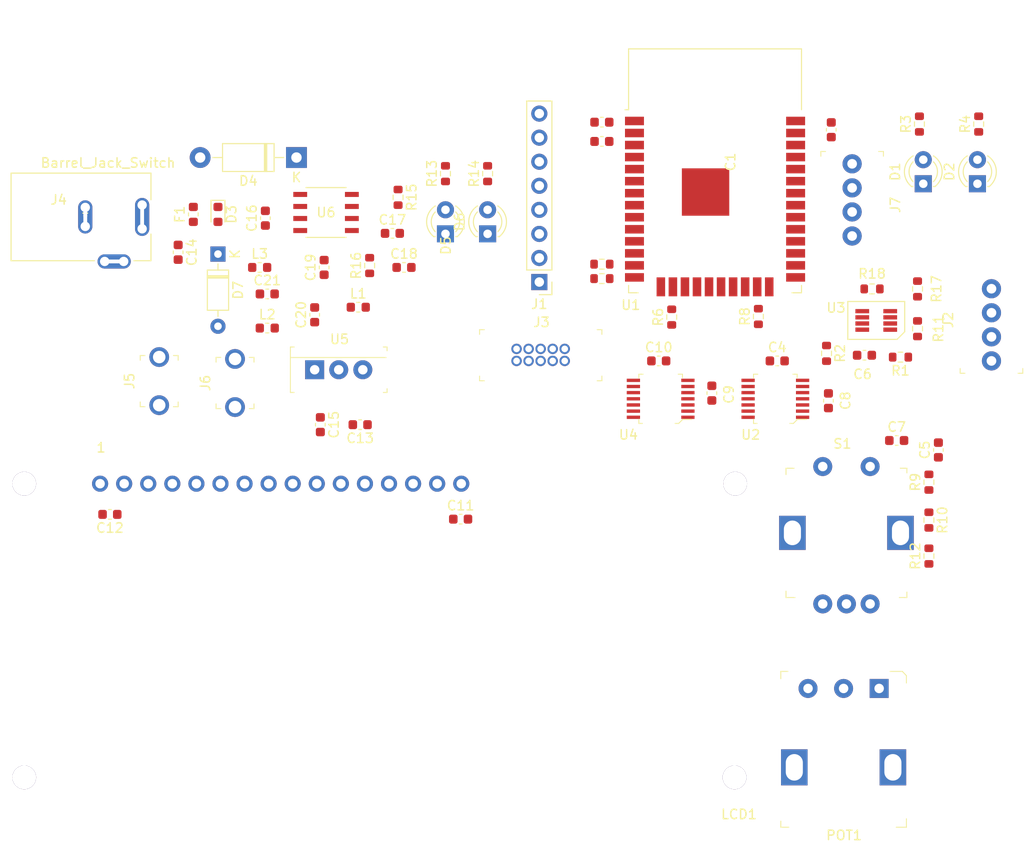
<source format=kicad_pcb>
(kicad_pcb (version 20211014) (generator pcbnew)
  (layers (0 "F.Cu" signal) (31 "B.Cu" signal) (34 "B.Paste" user) (35 "F.Paste" user) (36 "B.SilkS" user "B.Silkscreen") (37 "F.SilkS" user "F.Silkscreen") (38 "B.Mask" user) (39 "F.Mask" user) (44 "Edge.Cuts" user))
  (net 0 "")
  (net 1 "GND")
  (net 2 "+3V3")
  (net 3 "/ENCODER_A")
  (net 4 "/ENCODER_B")
  (net 5 "+5V")
  (net 6 "GND1")
  (net 7 "+12V")
  (net 8 "Net-(C16-Pad1)")
  (net 9 "Net-(C16-Pad2)")
  (net 10 "Net-(C17-Pad1)")
  (net 11 "+5VD")
  (net 12 "Net-(D1-Pad2)")
  (net 13 "Net-(D2-Pad2)")
  (net 14 "Net-(D5-Pad2)")
  (net 15 "Net-(D6-Pad2)")
  (net 16 "/CTRL1")
  (net 17 "/CTRL2")
  (net 18 "/CTRL3")
  (net 19 "/CTRL4")
  (net 20 "/CTRL5")
  (net 21 "/CTRL6")
  (net 22 "/CTRL7")
  (net 23 "/CTRL8")
  (net 24 "/SENSE+")
  (net 25 "/SENSE-")
  (net 26 "/TMS")
  (net 27 "/TCK")
  (net 28 "/TDO")
  (net 30 "/TDI")
  (net 32 "/TEST_OUTPUT_3")
  (net 33 "/TEST_OUTPUT_2")
  (net 34 "/TEST_OUTPUT_1")
  (net 35 "/TEST_OUTPUT_0")
  (net 36 "/V0_DISPLAY_CONTRAST")
  (net 37 "/LCD_RS")
  (net 38 "/LCD_RW")
  (net 39 "/LCD_EN")
  (net 44 "/LCD_DB4")
  (net 45 "/LCD_DB5")
  (net 46 "/LCD_DB6")
  (net 47 "/LCD_DB7")
  (net 50 "Net-(R1-Pad1)")
  (net 51 "Net-(R18-Pad2)")
  (net 52 "/TEST_LED_0")
  (net 53 "/TEST_LED_1")
  (net 54 "Net-(R5-Pad2)")
  (net 55 "Net-(R6-Pad2)")
  (net 56 "Net-(R7-Pad2)")
  (net 57 "Net-(R8-Pad2)")
  (net 58 "Net-(R10-Pad1)")
  (net 59 "Net-(R11-Pad1)")
  (net 60 "Net-(R15-Pad2)")
  (net 61 "/LOAD_CELL_ADC1_CH0")
  (net 62 "Net-(R17-Pad2)")
  (net 63 "/PUSHBUTTON_INPUT")
  (net 64 "/TEST_ADC")
  (net 65 "/MCU_EN")
  (net 66 "/MCU_DB7")
  (net 67 "/MCU_DB5")
  (net 68 "/MCU_DB6")
  (net 69 "/MCU_RS")
  (net 70 "/MCU_RW")
  (net 71 "/MCU_DB4")
  (footprint "Capacitor_SMD:C_0603_1608Metric" (layer "F.Cu") (at 141.7 60.8 90)
    (fp_text reference "C1" (at -3.4 -10.63 90) (layer "F.SilkS"))
    (fp_text value "10uF")
    (pad "1" smd roundrect locked (at -0.775 0 90) (size 0.9 0.95) (layers "F.Cu" "F.Paste" "F.Mask") (net 2 "+3V3"))
    (pad "2" smd roundrect locked (at 0.775 0 90) (size 0.9 0.95) (layers "F.Cu" "F.Paste" "F.Mask") (net 1 "GND"))
  )
  (footprint "Capacitor_SMD:C_0603_1608Metric" (layer "F.Cu") (at 117.5 62.032)
    (fp_text reference "C3" hide)
    (fp_text value ".01uF" hide)
    (pad "1" smd roundrect locked (at -0.775 0) (size 0.9 0.95) (layers "F.Cu" "F.Paste" "F.Mask") (net 2 "+3V3"))
    (pad "2" smd roundrect locked (at 0.775 0) (size 0.9 0.95) (layers "F.Cu" "F.Paste" "F.Mask") (net 1 "GND"))
  )
  (footprint "Capacitor_SMD:C_0603_1608Metric" (layer "F.Cu") (at 136 85.2)
    (fp_text reference "C4" (at 0 -1.43) (layer "F.SilkS"))
    (fp_text value ".1uF" hide)
    (pad "1" smd roundrect locked (at -0.775 0) (size 0.9 0.95) (layers "F.Cu" "F.Paste" "F.Mask") (net 2 "+3V3"))
    (pad "2" smd roundrect locked (at 0.775 0) (size 0.9 0.95) (layers "F.Cu" "F.Paste" "F.Mask") (net 1 "GND"))
  )
  (footprint "Capacitor_SMD:C_0603_1608Metric" (layer "F.Cu") (at 153 94.6 90)
    (fp_text reference "C5" (at 0 -1.43 90) (layer "F.SilkS"))
    (fp_text value ".01uF" hide)
    (pad "1" smd roundrect locked (at -0.775 0 90) (size 0.9 0.95) (layers "F.Cu" "F.Paste" "F.Mask") (net 3 "/ENCODER_A"))
    (pad "2" smd roundrect locked (at 0.775 0 90) (size 0.9 0.95) (layers "F.Cu" "F.Paste" "F.Mask") (net 1 "GND"))
  )
  (footprint "Capacitor_SMD:C_0603_1608Metric" (layer "F.Cu") (at 145.2 84.6)
    (fp_text reference "C6" (at -0.2 2) (layer "F.SilkS"))
    (fp_text value ".1uF" hide)
    (pad "1" smd roundrect locked (at -0.775 0) (size 0.9 0.95) (layers "F.Cu" "F.Paste" "F.Mask") (net 2 "+3V3"))
    (pad "2" smd roundrect locked (at 0.775 0) (size 0.9 0.95) (layers "F.Cu" "F.Paste" "F.Mask") (net 1 "GND"))
  )
  (footprint "Capacitor_SMD:C_0603_1608Metric" (layer "F.Cu") (at 148.6 93.6)
    (fp_text reference "C7" (at 0 -1.43) (layer "F.SilkS"))
    (fp_text value ".01uF" hide)
    (pad "1" smd roundrect locked (at -0.775 0) (size 0.9 0.95) (layers "F.Cu" "F.Paste" "F.Mask") (net 4 "/ENCODER_B"))
    (pad "2" smd roundrect locked (at 0.775 0) (size 0.9 0.95) (layers "F.Cu" "F.Paste" "F.Mask") (net 1 "GND"))
  )
  (footprint "Capacitor_SMD:C_0603_1608Metric" (layer "F.Cu") (at 141.4 89.4 90)
    (fp_text reference "C8" (at 0 1.8 90) (layer "F.SilkS"))
    (fp_text value ".1uF" hide)
    (pad "1" smd roundrect locked (at -0.775 0 90) (size 0.9 0.95) (layers "F.Cu" "F.Paste" "F.Mask") (net 5 "+5V"))
    (pad "2" smd roundrect locked (at 0.775 0 90) (size 0.9 0.95) (layers "F.Cu" "F.Paste" "F.Mask") (net 1 "GND"))
  )
  (footprint "Capacitor_SMD:C_0603_1608Metric" (layer "F.Cu") (at 129.1 88.6 90)
    (fp_text reference "C9" (at -0.14058 1.8 90) (layer "F.SilkS"))
    (fp_text value ".1uF" hide)
    (pad "1" smd roundrect locked (at -0.775 0 90) (size 0.9 0.95) (layers "F.Cu" "F.Paste" "F.Mask") (net 2 "+3V3"))
    (pad "2" smd roundrect locked (at 0.775 0 90) (size 0.9 0.95) (layers "F.Cu" "F.Paste" "F.Mask") (net 1 "GND"))
  )
  (footprint "Capacitor_SMD:C_0603_1608Metric" (layer "F.Cu") (at 123.5 85.2)
    (fp_text reference "C10" (at 0 -1.43) (layer "F.SilkS"))
    (fp_text value ".1uF" hide)
    (pad "1" smd roundrect locked (at -0.775 0) (size 0.9 0.95) (layers "F.Cu" "F.Paste" "F.Mask") (net 5 "+5V"))
    (pad "2" smd roundrect locked (at 0.775 0) (size 0.9 0.95) (layers "F.Cu" "F.Paste" "F.Mask") (net 1 "GND"))
  )
  (footprint "Capacitor_SMD:C_0603_1608Metric" (layer "F.Cu") (at 102.6 101.9)
    (fp_text reference "C11" (at 0 -1.43) (layer "F.SilkS"))
    (fp_text value ".1uF")
    (pad "1" smd roundrect locked (at -0.775 0) (size 0.9 0.95) (layers "F.Cu" "F.Paste" "F.Mask") (net 5 "+5V"))
    (pad "2" smd roundrect locked (at 0.775 0) (size 0.9 0.95) (layers "F.Cu" "F.Paste" "F.Mask") (net 1 "GND"))
  )
  (footprint "Capacitor_SMD:C_0603_1608Metric" (layer "F.Cu") (at 65.6 101.4 180)
    (fp_text reference "C12" (at 0 -1.43) (layer "F.SilkS"))
    (fp_text value ".1uF")
    (pad "1" smd roundrect locked (at -0.775 0 180) (size 0.9 0.95) (layers "F.Cu" "F.Paste" "F.Mask") (net 5 "+5V"))
    (pad "2" smd roundrect locked (at 0.775 0 180) (size 0.9 0.95) (layers "F.Cu" "F.Paste" "F.Mask") (net 1 "GND"))
  )
  (footprint "Capacitor_SMD:C_0603_1608Metric" (layer "F.Cu") (at 72.8 73.732 -90)
    (fp_text reference "C14" (at 0 -1.43 90) (layer "F.SilkS"))
    (fp_text value "47uF")
    (pad "1" smd roundrect locked (at -0.775 0 270) (size 0.9 0.95) (layers "F.Cu" "F.Paste" "F.Mask") (net 7 "+12V"))
    (pad "2" smd roundrect locked (at 0.775 0 270) (size 0.9 0.95) (layers "F.Cu" "F.Paste" "F.Mask") (net 6 "GND1"))
  )
  (footprint "Capacitor_SMD:C_0603_1608Metric" (layer "F.Cu") (at 87.8 91.932 -90)
    (fp_text reference "C15" (at 0 -1.43 90) (layer "F.SilkS"))
    (fp_text value "1uF")
    (pad "1" smd roundrect locked (at -0.775 0 270) (size 0.9 0.95) (layers "F.Cu" "F.Paste" "F.Mask") (net 2 "+3V3"))
    (pad "2" smd roundrect locked (at 0.775 0 270) (size 0.9 0.95) (layers "F.Cu" "F.Paste" "F.Mask") (net 1 "GND"))
  )
  (footprint "Capacitor_SMD:C_0603_1608Metric" (layer "F.Cu") (at 82 70.132 90)
    (fp_text reference "C16" (at 0 -1.43 90) (layer "F.SilkS"))
    (fp_text value "C")
    (pad "1" smd roundrect locked (at -0.775 0 90) (size 0.9 0.95) (layers "F.Cu" "F.Paste" "F.Mask") (net 8 "Net-(C16-Pad1)"))
    (pad "2" smd roundrect locked (at 0.775 0 90) (size 0.9 0.95) (layers "F.Cu" "F.Paste" "F.Mask") (net 9 "Net-(C16-Pad2)"))
  )
  (footprint "Capacitor_SMD:C_0603_1608Metric" (layer "F.Cu") (at 95.4 71.732)
    (fp_text reference "C17" (at 0 -1.43) (layer "F.SilkS"))
    (fp_text value ".1uF")
    (pad "1" smd roundrect locked (at -0.775 0) (size 0.9 0.95) (layers "F.Cu" "F.Paste" "F.Mask") (net 10 "Net-(C17-Pad1)"))
    (pad "2" smd roundrect locked (at 0.775 0) (size 0.9 0.95) (layers "F.Cu" "F.Paste" "F.Mask") (net 6 "GND1"))
  )
  (footprint "Capacitor_SMD:C_0603_1608Metric" (layer "F.Cu") (at 96.625 75.332)
    (fp_text reference "C18" (at 0 -1.43) (layer "F.SilkS"))
    (fp_text value "100uF")
    (pad "1" smd roundrect locked (at -0.775 0) (size 0.9 0.95) (layers "F.Cu" "F.Paste" "F.Mask") (net 11 "+5VD"))
    (pad "2" smd roundrect locked (at 0.775 0) (size 0.9 0.95) (layers "F.Cu" "F.Paste" "F.Mask") (net 6 "GND1"))
  )
  (footprint "Capacitor_SMD:C_0603_1608Metric" (layer "F.Cu") (at 88.2 75.332 90)
    (fp_text reference "C19" (at 0 -1.43 90) (layer "F.SilkS"))
    (fp_text value "100uF")
    (pad "1" smd roundrect locked (at -0.775 0 90) (size 0.9 0.95) (layers "F.Cu" "F.Paste" "F.Mask") (net 11 "+5VD"))
    (pad "2" smd roundrect locked (at 0.775 0 90) (size 0.9 0.95) (layers "F.Cu" "F.Paste" "F.Mask") (net 6 "GND1"))
  )
  (footprint "Capacitor_SMD:C_0603_1608Metric" (layer "F.Cu") (at 87.2 80.332 90)
    (fp_text reference "C20" (at 0 -1.43 90) (layer "F.SilkS"))
    (fp_text value "10uF")
    (pad "1" smd roundrect locked (at -0.775 0 90) (size 0.9 0.95) (layers "F.Cu" "F.Paste" "F.Mask") (net 5 "+5V"))
    (pad "2" smd roundrect locked (at 0.775 0 90) (size 0.9 0.95) (layers "F.Cu" "F.Paste" "F.Mask") (net 1 "GND"))
  )
  (footprint "Capacitor_SMD:C_0603_1608Metric" (layer "F.Cu") (at 82.2 78.132)
    (fp_text reference "C21" (at 0 -1.43) (layer "F.SilkS"))
    (fp_text value "1uF")
    (pad "1" smd roundrect locked (at -0.775 0) (size 0.9 0.95) (layers "F.Cu" "F.Paste" "F.Mask") (net 5 "+5V"))
    (pad "2" smd roundrect locked (at 0.775 0) (size 0.9 0.95) (layers "F.Cu" "F.Paste" "F.Mask") (net 1 "GND"))
  )
  (footprint "LED_THT:LED_D3.0mm" (layer "F.Cu") (at 151.405 66.5 90)
    (fp_text reference "D1" (at 1.27 -2.96 90) (layer "F.SilkS"))
    (fp_text value "LED")
    (pad "1" thru_hole rect locked (at 0 0 90) (size 1.8 1.8) (drill 0.9) (layers *.Cu *.Mask) (net 1 "GND"))
    (pad "2" thru_hole circle locked (at 2.54 0 90) (size 1.8 1.8) (drill 0.9) (layers *.Cu *.Mask) (net 12 "Net-(D1-Pad2)"))
  )
  (footprint "LED_THT:LED_D3.0mm" (layer "F.Cu") (at 157.12 66.5 90)
    (fp_text reference "D2" (at 1.27 -2.96 90) (layer "F.SilkS"))
    (fp_text value "LED")
    (pad "1" thru_hole rect locked (at 0 0 90) (size 1.8 1.8) (drill 0.9) (layers *.Cu *.Mask) (net 1 "GND"))
    (pad "2" thru_hole circle locked (at 2.54 0 90) (size 1.8 1.8) (drill 0.9) (layers *.Cu *.Mask) (net 13 "Net-(D2-Pad2)"))
  )
  (footprint "Diode_SMD:D_0603_1608Metric" (layer "F.Cu") (at 77 69.732 -90)
    (fp_text reference "D3" (at 0 -1.43 90) (layer "F.SilkS"))
    (fp_text value "D")
    (pad "1" smd roundrect locked (at -0.7875 0 270) (size 0.875 0.95) (layers "F.Cu" "F.Paste" "F.Mask") (net 7 "+12V"))
    (pad "2" smd roundrect locked (at 0.7875 0 270) (size 0.875 0.95) (layers "F.Cu" "F.Paste" "F.Mask") (net 6 "GND1"))
  )
  (footprint "Diode_THT:D_DO-41_SOD81_P10.16mm_Horizontal" (layer "F.Cu") (at 85.28 63.732 180)
    (fp_text reference "D4" (at 5.08 -2.47) (layer "F.SilkS"))
    (fp_text value "1N5818")
    (fp_text user "K" (at 0 -2.1) (layer "F.SilkS"))
    (pad "1" thru_hole rect locked (at 0 0 180) (size 2.2 2.2) (drill 1.1) (layers *.Cu *.Mask) (net 9 "Net-(C16-Pad2)"))
    (pad "2" thru_hole oval locked (at 10.16 0 180) (size 2.2 2.2) (drill 1.1) (layers *.Cu *.Mask) (net 6 "GND1"))
  )
  (footprint "LED_THT:LED_D3.0mm" (layer "F.Cu") (at 101 71.787 90)
    (fp_text reference "D5" (at -1.23 0.04 90) (layer "F.SilkS"))
    (fp_text value "LED B" hide)
    (pad "1" thru_hole rect locked (at 0 0 90) (size 1.8 1.8) (drill 0.9) (layers *.Cu *.Mask) (net 1 "GND"))
    (pad "2" thru_hole circle locked (at 2.54 0 90) (size 1.8 1.8) (drill 0.9) (layers *.Cu *.Mask) (net 14 "Net-(D5-Pad2)"))
  )
  (footprint "LED_THT:LED_D3.0mm" (layer "F.Cu") (at 105.445 71.787 90)
    (fp_text reference "D6" (at 1.27 -2.96 90) (layer "F.SilkS"))
    (fp_text value "LED G" hide)
    (pad "1" thru_hole rect locked (at 0 0 90) (size 1.8 1.8) (drill 0.9) (layers *.Cu *.Mask) (net 1 "GND"))
    (pad "2" thru_hole circle locked (at 2.54 0 90) (size 1.8 1.8) (drill 0.9) (layers *.Cu *.Mask) (net 15 "Net-(D6-Pad2)"))
  )
  (footprint "Diode_THT:D_DO-35_SOD27_P7.62mm_Horizontal" (layer "F.Cu") (at 77 73.922 -90)
    (fp_text reference "D7" (at 3.81 -2.12 90) (layer "F.SilkS"))
    (fp_text value "1N914")
    (fp_text user "K" (at 0 -1.8 90) (layer "F.SilkS"))
    (pad "1" thru_hole rect locked (at 0 0 270) (size 1.6 1.6) (drill 0.8) (layers *.Cu *.Mask) (net 8 "Net-(C16-Pad1)"))
    (pad "2" thru_hole oval locked (at 7.62 0 270) (size 1.6 1.6) (drill 0.8) (layers *.Cu *.Mask) (net 11 "+5VD"))
  )
  (footprint "Fuse:Fuse_0603_1608Metric" (layer "F.Cu") (at 74.4 69.732 90)
    (fp_text reference "F1" (at 0 -1.43 90) (layer "F.SilkS"))
    (fp_text value "2A")
    (pad "1" smd roundrect locked (at -0.7875 0 90) (size 0.875 0.95) (layers "F.Cu" "F.Paste" "F.Mask") (net 7 "+12V"))
    (pad "2" smd roundrect locked (at 0.7875 0 90) (size 0.875 0.95) (layers "F.Cu" "F.Paste" "F.Mask") (net 7 "+12V"))
  )
  (footprint "Connector_PinHeader_2.54mm:PinHeader_1x08_P2.54mm_Vertical" (layer "F.Cu") (at 110.9 76.875 180)
    (fp_text reference "J1" (at 0 -2.33) (layer "F.SilkS"))
    (fp_text value "Conn_01x08_Male")
    (pad "1" thru_hole rect locked (at 0 0 180) (size 1.7 1.7) (drill 1) (layers *.Cu *.Mask) (net 16 "/CTRL1"))
    (pad "2" thru_hole oval locked (at 0 2.54 180) (size 1.7 1.7) (drill 1) (layers *.Cu *.Mask) (net 17 "/CTRL2"))
    (pad "3" thru_hole oval locked (at 0 5.08 180) (size 1.7 1.7) (drill 1) (layers *.Cu *.Mask) (net 18 "/CTRL3"))
    (pad "4" thru_hole oval locked (at 0 7.62 180) (size 1.7 1.7) (drill 1) (layers *.Cu *.Mask) (net 19 "/CTRL4"))
    (pad "5" thru_hole oval locked (at 0 10.16 180) (size 1.7 1.7) (drill 1) (layers *.Cu *.Mask) (net 20 "/CTRL5"))
    (pad "6" thru_hole oval locked (at 0 12.7 180) (size 1.7 1.7) (drill 1) (layers *.Cu *.Mask) (net 21 "/CTRL6"))
    (pad "7" thru_hole oval locked (at 0 15.24 180) (size 1.7 1.7) (drill 1) (layers *.Cu *.Mask) (net 22 "/CTRL7"))
    (pad "8" thru_hole oval locked (at 0 17.78 180) (size 1.7 1.7) (drill 1) (layers *.Cu *.Mask) (net 23 "/CTRL8"))
  )
  (footprint "digikey-footprints:PinHeader_1x4_P2.54mm_Drill1.02mm" (layer "F.Cu") (at 158.6 85.2 90)
    (fp_text reference "J2" (at 4.33 -4.56 90) (layer "F.SilkS"))
    (fp_text value "0022232041" hide)
    (pad "1" thru_hole circle locked (at 0 0 90) (size 2.02 2.02) (drill 1.02) (layers *.Cu *.Mask) (net 2 "+3V3"))
    (pad "2" thru_hole circle locked (at 2.54 0 90) (size 2.02 2.02) (drill 1.02) (layers *.Cu *.Mask) (net 1 "GND"))
    (pad "3" thru_hole circle locked (at 5.08 0 90) (size 2.02 2.02) (drill 1.02) (layers *.Cu *.Mask) (net 24 "/SENSE+"))
    (pad "4" thru_hole circle locked (at 7.62 0 90) (size 2.02 2.02) (drill 1.02) (layers *.Cu *.Mask) (net 25 "/SENSE-"))
  )
  (footprint "digikey-footprints:PinHeader_2x5_P1.27mm_Drill.7mm" (layer "F.Cu") (at 108.5 85.2)
    (fp_text reference "J3" (at 2.64 -4.08) (layer "F.SilkS"))
    (fp_text value "3220-10-0100-00")
    (pad "1" thru_hole circle locked (at 0 0) (size 1.1 1.1) (drill 0.7) (layers *.Cu *.Mask) (net 2 "+3V3"))
    (pad "2" thru_hole circle locked (at 0 -1.27) (size 1.1 1.1) (drill 0.7) (layers *.Cu *.Mask) (net 26 "/TMS"))
    (pad "3" thru_hole circle locked (at 1.27 0) (size 1.1 1.1) (drill 0.7) (layers *.Cu *.Mask) (net 1 "GND"))
    (pad "4" thru_hole circle locked (at 1.27 -1.27) (size 1.1 1.1) (drill 0.7) (layers *.Cu *.Mask) (net 27 "/TCK"))
    (pad "5" thru_hole circle locked (at 2.54 0) (size 1.1 1.1) (drill 0.7) (layers *.Cu *.Mask) (net 1 "GND"))
    (pad "6" thru_hole circle locked (at 2.54 -1.27) (size 1.1 1.1) (drill 0.7) (layers *.Cu *.Mask) (net 28 "/TDO"))
    (pad "7" thru_hole circle locked (at 3.81 0) (size 1.1 1.1) (drill 0.7) (layers *.Cu *.Mask))
    (pad "8" thru_hole circle locked (at 3.81 -1.27) (size 1.1 1.1) (drill 0.7) (layers *.Cu *.Mask) (net 30 "/TDI"))
    (pad "9" thru_hole circle locked (at 5.08 0) (size 1.1 1.1) (drill 0.7) (layers *.Cu *.Mask) (net 1 "GND"))
    (pad "10" thru_hole circle locked (at 5.08 -1.27) (size 1.1 1.1) (drill 0.7) (layers *.Cu *.Mask))
  )
  (footprint "digikey-footprints:Test_Jack_Horiz" (layer "F.Cu") (at 70.8 87.332 90)
    (fp_text reference "J5" (at 0 -3.13 90) (layer "F.SilkS"))
    (fp_text value "105-1102-001")
    (pad "1" thru_hole circle locked (at -2.54 0 90) (size 2.0828 2.0828) (drill 1.3208) (layers *.Cu *.Mask) (net 7 "+12V"))
    (pad "1" thru_hole circle locked (at 2.54 0 90) (size 2.0828 2.0828) (drill 1.3208) (layers *.Cu *.Mask) (net 7 "+12V"))
  )
  (footprint "digikey-footprints:Test_Jack_Horiz" (layer "F.Cu") (at 78.8 87.532 90)
    (fp_text reference "J6" (at 0 -3.13 90) (layer "F.SilkS"))
    (fp_text value "105-1103-001" hide)
    (pad "1" thru_hole circle locked (at -2.54 0 90) (size 2.0828 2.0828) (drill 1.3208) (layers *.Cu *.Mask) (net 6 "GND1"))
    (pad "1" thru_hole circle locked (at 2.54 0 90) (size 2.0828 2.0828) (drill 1.3208) (layers *.Cu *.Mask) (net 6 "GND1"))
  )
  (footprint "Inductor_SMD:L_0603_1608Metric" (layer "F.Cu") (at 91.8 79.532)
    (fp_text reference "L1" (at 0 -1.43) (layer "F.SilkS"))
    (fp_text value "30uH")
    (pad "1" smd roundrect locked (at -0.7875 0) (size 0.875 0.95) (layers "F.Cu" "F.Paste" "F.Mask") (net 9 "Net-(C16-Pad2)"))
    (pad "2" smd roundrect locked (at 0.7875 0) (size 0.875 0.95) (layers "F.Cu" "F.Paste" "F.Mask") (net 11 "+5VD"))
  )
  (footprint "Inductor_SMD:L_0603_1608Metric" (layer "F.Cu") (at 82.2 81.732)
    (fp_text reference "L2" (at 0 -1.43) (layer "F.SilkS"))
    (fp_text value "INDUCTOR" hide)
    (pad "1" smd roundrect locked (at -0.7875 0) (size 0.875 0.95) (layers "F.Cu" "F.Paste" "F.Mask") (net 11 "+5VD"))
    (pad "2" smd roundrect locked (at 0.7875 0) (size 0.875 0.95) (layers "F.Cu" "F.Paste" "F.Mask") (net 5 "+5V"))
  )
  (footprint "Inductor_SMD:L_0603_1608Metric" (layer "F.Cu") (at 81.4 75.332)
    (fp_text reference "L3" (at 0 -1.43) (layer "F.SilkS"))
    (fp_text value "INDUCTOR" hide)
    (pad "1" smd roundrect locked (at -0.7875 0) (size 0.875 0.95) (layers "F.Cu" "F.Paste" "F.Mask") (net 6 "GND1"))
    (pad "2" smd roundrect locked (at 0.7875 0) (size 0.875 0.95) (layers "F.Cu" "F.Paste" "F.Mask") (net 1 "GND"))
  )
  (footprint "CocktailMachine:TC1062A" (layer "F.Cu") (at 95.565 114.16)
    (fp_text reference "LCD1" (at 36.4 18.9) (layer "F.SilkS"))
    (fp_text value "TC1602A")
    (fp_text user "1" (at -30.9 -19.8) (layer "F.SilkS"))
    (pad "1" thru_hole circle locked (at -39 -16) (size 2.5 2.5) (drill 2.5) (layers *.Cu *.Mask) (net 1 "GND"))
    (pad "1" thru_hole circle locked (at -31 -16) (size 1.7 1.7) (drill 1) (layers *.Cu *.Mask) (net 1 "GND"))
    (pad "2" thru_hole circle locked (at 36 -16) (size 2.5 2.5) (drill 2.5) (layers *.Cu *.Mask) (net 5 "+5V"))
    (pad "2" thru_hole circle locked (at -28.46 -16) (size 1.7 1.7) (drill 1) (layers *.Cu *.Mask) (net 5 "+5V"))
    (pad "3" thru_hole circle locked (at 35.93 15) (size 2.5 2.5) (drill 2.5) (layers *.Cu *.Mask) (net 36 "/V0_DISPLAY_CONTRAST"))
    (pad "3" thru_hole circle locked (at -25.92 -16) (size 1.7 1.7) (drill 1) (layers *.Cu *.Mask) (net 36 "/V0_DISPLAY_CONTRAST"))
    (pad "4" thru_hole circle locked (at -23.38 -16) (size 1.7 1.7) (drill 1) (layers *.Cu *.Mask) (net 37 "/LCD_RS"))
    (pad "4" thru_hole circle locked (at -39 15) (size 2.5 2.5) (drill 2.5) (layers *.Cu *.Mask) (net 37 "/LCD_RS"))
    (pad "5" thru_hole circle locked (at -20.84 -16) (size 1.7 1.7) (drill 1) (layers *.Cu *.Mask) (net 38 "/LCD_RW"))
    (pad "6" thru_hole circle locked (at -18.3 -16) (size 1.7 1.7) (drill 1) (layers *.Cu *.Mask) (net 39 "/LCD_EN"))
    (pad "7" thru_hole circle locked (at -15.76 -16) (size 1.7 1.7) (drill 1) (layers *.Cu *.Mask))
    (pad "8" thru_hole circle locked (at -13.22 -16) (size 1.7 1.7) (drill 1) (layers *.Cu *.Mask))
    (pad "9" thru_hole circle locked (at -10.68 -16) (size 1.7 1.7) (drill 1) (layers *.Cu *.Mask))
    (pad "10" thru_hole circle locked (at -8.14 -16) (size 1.7 1.7) (drill 1) (layers *.Cu *.Mask))
    (pad "11" thru_hole circle locked (at -5.6 -16) (size 1.7 1.7) (drill 1) (layers *.Cu *.Mask) (net 44 "/LCD_DB4"))
    (pad "12" thru_hole circle locked (at -3.06 -16) (size 1.7 1.7) (drill 1) (layers *.Cu *.Mask) (net 45 "/LCD_DB5"))
    (pad "13" thru_hole circle locked (at -0.52 -16) (size 1.7 1.7) (drill 1) (layers *.Cu *.Mask) (net 46 "/LCD_DB6"))
    (pad "14" thru_hole circle locked (at 2.02 -16) (size 1.7 1.7) (drill 1) (layers *.Cu *.Mask) (net 47 "/LCD_DB7"))
    (pad "15" thru_hole circle locked (at 4.56 -16) (size 1.7 1.7) (drill 1) (layers *.Cu *.Mask) (net 5 "+5V"))
    (pad "16" thru_hole circle locked (at 7.1 -16) (size 1.7 1.7) (drill 1) (layers *.Cu *.Mask) (net 1 "GND"))
  )
  (footprint "digikey-footprints:Potentiometer_P120PK-Y25BR10K" (layer "F.Cu") (at 146.75 119.775 180)
    (fp_text reference "POT1" (at 3.7 -15.5) (layer "F.SilkS"))
    (fp_text value "P120PK-Y25BR10K")
    (pad "1" thru_hole rect locked (at 0 0 180) (size 2 2) (drill 1) (layers *.Cu *.Mask) (net 5 "+5V"))
    (pad "2" thru_hole circle locked (at 3.75 0 180) (size 2 2) (drill 1) (layers *.Cu *.Mask))
    (pad "3" thru_hole circle locked (at 7.5 0 180) (size 2 2) (drill 1) (layers *.Cu *.Mask) (net 1 "GND"))
    (pad "4" thru_hole rect locked (at 8.95 -8.325 180) (size 2.8 3.8) (drill oval 1.8 2.8) (layers *.Cu *.Mask))
    (pad "4" thru_hole rect locked (at -1.45 -8.325 180) (size 2.8 3.8) (drill oval 1.8 2.8) (layers *.Cu *.Mask))
  )
  (footprint "Resistor_SMD:R_0603_1608Metric" (layer "F.Cu") (at 149 84.8 180)
    (fp_text reference "R1" (at 0 -1.43) (layer "F.SilkS"))
    (fp_text value "220k" hide)
    (pad "1" smd roundrect locked (at -0.825 0 180) (size 0.8 0.95) (layers "F.Cu" "F.Paste" "F.Mask") (net 50 "Net-(R1-Pad1)"))
    (pad "2" smd roundrect locked (at 0.825 0 180) (size 0.8 0.95) (layers "F.Cu" "F.Paste" "F.Mask") (net 1 "GND"))
  )
  (footprint "Resistor_SMD:R_0603_1608Metric" (layer "F.Cu") (at 141.2 84.4 -90)
    (fp_text reference "R2" (at 0 -1.43 90) (layer "F.SilkS"))
    (fp_text value "220" hide)
    (pad "1" smd roundrect locked (at -0.825 0 270) (size 0.8 0.95) (layers "F.Cu" "F.Paste" "F.Mask") (net 51 "Net-(R18-Pad2)"))
    (pad "2" smd roundrect locked (at 0.825 0 270) (size 0.8 0.95) (layers "F.Cu" "F.Paste" "F.Mask") (net 50 "Net-(R1-Pad1)"))
  )
  (footprint "Resistor_SMD:R_0603_1608Metric" (layer "F.Cu") (at 151 60.2 90)
    (fp_text reference "R3" (at 0 -1.43 90) (layer "F.SilkS"))
    (fp_text value "680")
    (pad "1" smd roundrect locked (at -0.825 0 90) (size 0.8 0.95) (layers "F.Cu" "F.Paste" "F.Mask") (net 52 "/TEST_LED_0"))
    (pad "2" smd roundrect locked (at 0.825 0 90) (size 0.8 0.95) (layers "F.Cu" "F.Paste" "F.Mask") (net 12 "Net-(D1-Pad2)"))
  )
  (footprint "Resistor_SMD:R_0603_1608Metric" (layer "F.Cu") (at 157.25 60.2 90)
    (fp_text reference "R4" (at 0 -1.43 90) (layer "F.SilkS"))
    (fp_text value "680")
    (pad "1" smd roundrect locked (at -0.825 0 90) (size 0.8 0.95) (layers "F.Cu" "F.Paste" "F.Mask") (net 53 "/TEST_LED_1"))
    (pad "2" smd roundrect locked (at 0.825 0 90) (size 0.8 0.95) (layers "F.Cu" "F.Paste" "F.Mask") (net 13 "Net-(D2-Pad2)"))
  )
  (footprint "Resistor_SMD:R_0603_1608Metric" (layer "F.Cu") (at 152 98 90)
    (fp_text reference "R9" (at 0 -1.43 90) (layer "F.SilkS"))
    (fp_text value "10k" hide)
    (pad "1" smd roundrect locked (at -0.825 0 90) (size 0.8 0.95) (layers "F.Cu" "F.Paste" "F.Mask") (net 58 "Net-(R10-Pad1)"))
    (pad "2" smd roundrect locked (at 0.825 0 90) (size 0.8 0.95) (layers "F.Cu" "F.Paste" "F.Mask") (net 3 "/ENCODER_A"))
  )
  (footprint "Resistor_SMD:R_0603_1608Metric" (layer "F.Cu") (at 152 102 -90)
    (fp_text reference "R10" (at 0 -1.43 90) (layer "F.SilkS"))
    (fp_text value "10k" hide)
    (pad "1" smd roundrect locked (at -0.825 0 270) (size 0.8 0.95) (layers "F.Cu" "F.Paste" "F.Mask") (net 58 "Net-(R10-Pad1)"))
    (pad "2" smd roundrect locked (at 0.825 0 270) (size 0.8 0.95) (layers "F.Cu" "F.Paste" "F.Mask") (net 2 "+3V3"))
  )
  (footprint "Resistor_SMD:R_0603_1608Metric" (layer "F.Cu") (at 150.8 81.8 90)
    (fp_text reference "R11" (at 0 2.2 90) (layer "F.SilkS"))
    (fp_text value "10k" hide)
    (pad "1" smd roundrect locked (at -0.825 0 90) (size 0.8 0.95) (layers "F.Cu" "F.Paste" "F.Mask") (net 59 "Net-(R11-Pad1)"))
    (pad "2" smd roundrect locked (at 0.825 0 90) (size 0.8 0.95) (layers "F.Cu" "F.Paste" "F.Mask") (net 4 "/ENCODER_B"))
  )
  (footprint "Resistor_SMD:R_0603_1608Metric" (layer "F.Cu") (at 101 65.432 90)
    (fp_text reference "R13" (at 0 -1.43 90) (layer "F.SilkS"))
    (fp_text value "1.2k")
    (pad "1" smd roundrect locked (at -0.825 0 90) (size 0.8 0.95) (layers "F.Cu" "F.Paste" "F.Mask") (net 7 "+12V"))
    (pad "2" smd roundrect locked (at 0.825 0 90) (size 0.8 0.95) (layers "F.Cu" "F.Paste" "F.Mask") (net 14 "Net-(D5-Pad2)"))
  )
  (footprint "Resistor_SMD:R_0603_1608Metric" (layer "F.Cu") (at 105.445 65.432 90)
    (fp_text reference "R14" (at 0 -1.43 90) (layer "F.SilkS"))
    (fp_text value "470")
    (pad "1" smd roundrect locked (at -0.825 0 90) (size 0.8 0.95) (layers "F.Cu" "F.Paste" "F.Mask") (net 5 "+5V"))
    (pad "2" smd roundrect locked (at 0.825 0 90) (size 0.8 0.95) (layers "F.Cu" "F.Paste" "F.Mask") (net 15 "Net-(D6-Pad2)"))
  )
  (footprint "Resistor_SMD:R_0603_1608Metric" (layer "F.Cu") (at 96 67.932 -90)
    (fp_text reference "R15" (at 0 -1.43 90) (layer "F.SilkS"))
    (fp_text value "1.5k")
    (pad "1" smd roundrect locked (at -0.825 0 270) (size 0.8 0.95) (layers "F.Cu" "F.Paste" "F.Mask") (net 6 "GND1"))
    (pad "2" smd roundrect locked (at 0.825 0 270) (size 0.8 0.95) (layers "F.Cu" "F.Paste" "F.Mask") (net 60 "Net-(R15-Pad2)"))
  )
  (footprint "Resistor_SMD:R_0603_1608Metric" (layer "F.Cu") (at 93 75.132 90)
    (fp_text reference "R16" (at 0 -1.43 90) (layer "F.SilkS"))
    (fp_text value "4.7k")
    (pad "1" smd roundrect locked (at -0.825 0 90) (size 0.8 0.95) (layers "F.Cu" "F.Paste" "F.Mask") (net 11 "+5VD"))
    (pad "2" smd roundrect locked (at 0.825 0 90) (size 0.8 0.95) (layers "F.Cu" "F.Paste" "F.Mask") (net 60 "Net-(R15-Pad2)"))
  )
  (footprint "Resistor_SMD:R_0603_1608Metric" (layer "F.Cu") (at 150.8 77.6 90)
    (fp_text reference "R17" (at 0 2 90) (layer "F.SilkS"))
    (fp_text value "220k" hide)
    (pad "1" smd roundrect locked (at -0.825 0 90) (size 0.8 0.95) (layers "F.Cu" "F.Paste" "F.Mask") (net 61 "/LOAD_CELL_ADC1_CH0"))
    (pad "2" smd roundrect locked (at 0.825 0 90) (size 0.8 0.95) (layers "F.Cu" "F.Paste" "F.Mask") (net 62 "Net-(R17-Pad2)"))
  )
  (footprint "Resistor_SMD:R_0603_1608Metric" (layer "F.Cu") (at 146 77.6 180)
    (fp_text reference "R18" (at 0 1.6) (layer "F.SilkS"))
    (fp_text value "220" hide)
    (pad "1" smd roundrect locked (at -0.825 0 180) (size 0.8 0.95) (layers "F.Cu" "F.Paste" "F.Mask") (net 62 "Net-(R17-Pad2)"))
    (pad "2" smd roundrect locked (at 0.825 0 180) (size 0.8 0.95) (layers "F.Cu" "F.Paste" "F.Mask") (net 51 "Net-(R18-Pad2)"))
  )
  (footprint "digikey-footprints:Rotary_Encoder_Switched_PEC11R" (layer "F.Cu") (at 137.6 103.35)
    (fp_text reference "S1" (at 5.275 -9.4) (layer "F.SilkS"))
    (fp_text value "PEC11R-4215F-S0024")
    (pad "1" thru_hole circle locked (at 3.2 -7) (size 2 2) (drill 1) (layers *.Cu *.Mask) (net 63 "/PUSHBUTTON_INPUT"))
    (pad "2" thru_hole circle locked (at 8.2 -7) (size 2 2) (drill 1) (layers *.Cu *.Mask) (net 1 "GND"))
    (pad "3" thru_hole rect locked (at 0 0) (size 2.8 3.6) (drill oval 1.8 2.6) (layers *.Cu *.Mask) (net 1 "GND"))
    (pad "3" thru_hole rect locked (at 11.4 0) (size 2.8 3.6) (drill oval 1.8 2.6) (layers *.Cu *.Mask) (net 1 "GND"))
    (pad "A" thru_hole circle locked (at 3.2 7.5) (size 2 2) (drill 1) (layers *.Cu *.Mask) (net 58 "Net-(R10-Pad1)"))
    (pad "B" thru_hole circle locked (at 8.2 7.5) (size 2 2) (drill 1) (layers *.Cu *.Mask) (net 59 "Net-(R11-Pad1)"))
    (pad "C" thru_hole circle locked (at 5.7 7.5) (size 2 2) (drill 1) (layers *.Cu *.Mask) (net 1 "GND"))
  )
  (footprint "digikey-footprints:TSSOP-14_W4.4mm" (layer "F.Cu") (at 135.8 89.2 90)
    (fp_text reference "U2" (at -3.8 -2.6 180) (layer "F.SilkS"))
    (fp_text value "TXB0104PWR" hide)
    (pad "1" smd rect locked (at -1.95 2.875 90) (size 0.35 1.4) (layers "F.Cu" "F.Paste" "F.Mask") (net 2 "+3V3"))
    (pad "2" smd rect locked (at -1.3 2.875 90) (size 0.35 1.4) (layers "F.Cu" "F.Paste" "F.Mask") (net 68 "/MCU_DB6"))
    (pad "3" smd rect locked (at -0.65 2.875 90) (size 0.35 1.4) (layers "F.Cu" "F.Paste" "F.Mask") (net 67 "/MCU_DB5"))
    (pad "4" smd rect locked (at 0 2.875 90) (size 0.35 1.4) (layers "F.Cu" "F.Paste" "F.Mask") (net 71 "/MCU_DB4"))
    (pad "5" smd rect locked (at 0.65 2.875 90) (size 0.35 1.4) (layers "F.Cu" "F.Paste" "F.Mask"))
    (pad "6" smd rect locked (at 1.3 2.875 90) (size 0.35 1.4) (layers "F.Cu" "F.Paste" "F.Mask"))
    (pad "7" smd rect locked (at 1.95 2.875 90) (size 0.35 1.4) (layers "F.Cu" "F.Paste" "F.Mask") (net 1 "GND"))
    (pad "8" smd rect locked (at 1.95 -2.875 90) (size 0.35 1.4) (layers "F.Cu" "F.Paste" "F.Mask") (net 2 "+3V3"))
    (pad "9" smd rect locked (at 1.3 -2.875 90) (size 0.35 1.4) (layers "F.Cu" "F.Paste" "F.Mask"))
    (pad "10" smd rect locked (at 0.65 -2.875 90) (size 0.35 1.4) (layers "F.Cu" "F.Paste" "F.Mask"))
    (pad "11" smd rect locked (at 0 -2.875 90) (size 0.35 1.4) (layers "F.Cu" "F.Paste" "F.Mask") (net 44 "/LCD_DB4"))
    (pad "12" smd rect locked (at -0.65 -2.875 90) (size 0.35 1.4) (layers "F.Cu" "F.Paste" "F.Mask") (net 45 "/LCD_DB5"))
    (pad "13" smd rect locked (at -1.3 -2.875 90) (size 0.35 1.4) (layers "F.Cu" "F.Paste" "F.Mask") (net 46 "/LCD_DB6"))
    (pad "14" smd rect locked (at -1.95 -2.875 90) (size 0.35 1.4) (layers "F.Cu" "F.Paste" "F.Mask") (net 5 "+5V"))
  )
  (footprint "CocktailMachine:MCP6477-MSOP" (layer "F.Cu") (at 146.444 80.926 90)
    (fp_text reference "U3" (at 1.326 -4.244) (layer "F.SilkS"))
    (fp_text value "MCP6477" hide)
    (pad "1" smd rect locked (at -0.975 1.475 90) (size 0.45 1.45) (layers "F.Cu" "F.Paste" "F.Mask") (net 61 "/LOAD_CELL_ADC1_CH0"))
    (pad "2" smd rect locked (at -0.325 1.475 90) (size 0.45 1.45) (layers "F.Cu" "F.Paste" "F.Mask") (net 62 "Net-(R17-Pad2)"))
    (pad "3" smd rect locked (at 0.325 1.475 90) (size 0.45 1.45) (layers "F.Cu" "F.Paste" "F.Mask") (net 24 "/SENSE+"))
    (pad "4" smd rect locked (at 0.975 1.475 90) (size 0.45 1.45) (layers "F.Cu" "F.Paste" "F.Mask") (net 1 "GND"))
    (pad "5" smd rect locked (at 0.975 -1.475 90) (size 0.45 1.45) (layers "F.Cu" "F.Paste" "F.Mask") (net 25 "/SENSE-"))
    (pad "6" smd rect locked (at 0.325 -1.475 90) (size 0.45 1.45) (layers "F.Cu" "F.Paste" "F.Mask") (net 50 "Net-(R1-Pad1)"))
    (pad "7" smd rect locked (at -0.325 -1.475 90) (size 0.45 1.45) (layers "F.Cu" "F.Paste" "F.Mask") (net 51 "Net-(R18-Pad2)"))
    (pad "8" smd rect locked (at -0.975 -1.475 90) (size 0.45 1.45) (layers "F.Cu" "F.Paste" "F.Mask") (net 2 "+3V3"))
  )
  (footprint "digikey-footprints:TO-220-3" (layer "F.Cu") (at 87.2 86.132)
    (fp_text reference "U5" (at 2.62 -3.22) (layer "F.SilkS"))
    (fp_text value "LD1117V33")
    (pad "1" thru_hole rect locked (at 0 0) (size 2 2) (drill 1) (layers *.Cu *.Mask) (net 1 "GND"))
    (pad "2" thru_hole circle locked (at 2.54 0) (size 2 2) (drill 1) (layers *.Cu *.Mask) (net 2 "+3V3"))
    (pad "3" thru_hole circle locked (at 5.08 0) (size 2 2) (drill 1) (layers *.Cu *.Mask) (net 5 "+5V"))
  )
  (footprint "buck_lt:LT1578CS8-PBF" (layer "F.Cu") (at 88.4 69.532)
    (fp_text reference "U6" (at 0 0) (layer "F.SilkS"))
    (fp_text value "LT1578CS8-PBF" hide)
    (pad "1" smd rect locked (at -2.72415 -1.905) (size 1.4605 0.5334) (layers "F.Cu" "F.Paste" "F.Mask") (net 9 "Net-(C16-Pad2)"))
    (pad "2" smd rect locked (at -2.72415 -0.635) (size 1.4605 0.5334) (layers "F.Cu" "F.Paste" "F.Mask") (net 7 "+12V"))
    (pad "3" smd rect locked (at -2.72415 0.635) (size 1.4605 0.5334) (layers "F.Cu" "F.Paste" "F.Mask") (net 8 "Net-(C16-Pad1)"))
    (pad "4" smd rect locked (at -2.72415 1.905) (size 1.4605 0.5334) (layers "F.Cu" "F.Paste" "F.Mask") (net 6 "GND1"))
    (pad "5" smd rect locked (at 2.72415 1.905) (size 1.4605 0.5334) (layers "F.Cu" "F.Paste" "F.Mask") (net 10 "Net-(C17-Pad1)"))
    (pad "6" smd rect locked (at 2.72415 0.635) (size 1.4605 0.5334) (layers "F.Cu" "F.Paste" "F.Mask") (net 60 "Net-(R15-Pad2)"))
    (pad "7" smd rect locked (at 2.72415 -0.635) (size 1.4605 0.5334) (layers "F.Cu" "F.Paste" "F.Mask"))
    (pad "8" smd rect locked (at 2.72415 -1.905) (size 1.4605 0.5334) (layers "F.Cu" "F.Paste" "F.Mask") (net 6 "GND1"))
  )
  (footprint "barrel_jack:MJ-180PH" (layer "F.Cu") (at 63 70)
    (fp_text reference "J4" (at -2.8 -1.8) (layer "F.SilkS"))
    (fp_text value "Barrel_Jack_Switch" (at 2.4 -5.7) (layer "F.SilkS"))
    (fp_text user "*" (at 0 0) (layer "F.SilkS"))
    (pad "" np_thru_hole circle locked (at 6.000001 -1.2573) (size 0.9906 0.9906) (drill 0.9906) (layers *.Cu *.Mask))
    (pad "" np_thru_hole circle locked (at 6.000001 1.2573) (size 0.9906 0.9906) (drill 0.9906) (layers *.Cu *.Mask))
    (pad "" np_thru_hole circle locked (at 0 -1.0033) (size 0.9906 0.9906) (drill 0.9906) (layers *.Cu *.Mask))
    (pad "" np_thru_hole circle locked (at 0 1.0033) (size 0.9906 0.9906) (drill 0.9906) (layers *.Cu *.Mask))
    (pad "" np_thru_hole circle locked (at 2.046701 4.700001) (size 0.9906 0.9906) (drill 0.9906) (layers *.Cu *.Mask))
    (pad "" np_thru_hole circle locked (at 4.053301 4.700001) (size 0.9906 0.9906) (drill 0.9906) (layers *.Cu *.Mask))
    (pad "1" thru_hole oval locked (at 6.000001 0 90) (size 4.0132 1.4986) (drill oval 2.7 0.4) (layers *.Cu *.Mask) (net 7 "+12V"))
    (pad "2" thru_hole oval locked (at 0 0 90) (size 3.5052 1.4986) (drill oval 2.7 0.4) (layers *.Cu *.Mask) (net 6 "GND1"))
    (pad "3" thru_hole oval locked (at 3.050001 4.700001) (size 3.5052 1.4986) (drill oval 2.7 0.4) (layers *.Cu *.Mask) (net 6 "GND1"))
  )
  (footprint "Resistor_SMD:R_0603_1608Metric" (layer "F.Cu") (at 152 105.8 90)
    (fp_text reference "R12" (at 0 -1.43 90) (layer "F.SilkS"))
    (fp_text value "10k" hide)
    (pad "1" smd roundrect locked (at -0.825 0 90) (size 0.8 0.95) (layers "F.Cu" "F.Paste" "F.Mask") (net 59 "Net-(R11-Pad1)"))
    (pad "2" smd roundrect locked (at 0.825 0 90) (size 0.8 0.95) (layers "F.Cu" "F.Paste" "F.Mask") (net 2 "+3V3"))
  )
  (footprint "digikey-footprints:TSSOP-14_W4.4mm" (layer "F.Cu") (at 123.7 89.2 90)
    (fp_text reference "U4" (at -3.8 -3.4 180) (layer "F.SilkS"))
    (fp_text value "TXB0104PWR" hide)
    (pad "1" smd rect locked (at -1.95 2.875 90) (size 0.35 1.4) (layers "F.Cu" "F.Paste" "F.Mask") (net 2 "+3V3"))
    (pad "2" smd rect locked (at -1.3 2.875 90) (size 0.35 1.4) (layers "F.Cu" "F.Paste" "F.Mask") (net 69 "/MCU_RS"))
    (pad "3" smd rect locked (at -0.65 2.875 90) (size 0.35 1.4) (layers "F.Cu" "F.Paste" "F.Mask") (net 70 "/MCU_RW"))
    (pad "4" smd rect locked (at 0 2.875 90) (size 0.35 1.4) (layers "F.Cu" "F.Paste" "F.Mask") (net 65 "/MCU_EN"))
    (pad "5" smd rect locked (at 0.65 2.875 90) (size 0.35 1.4) (layers "F.Cu" "F.Paste" "F.Mask") (net 66 "/MCU_DB7"))
    (pad "6" smd rect locked (at 1.3 2.875 90) (size 0.35 1.4) (layers "F.Cu" "F.Paste" "F.Mask"))
    (pad "7" smd rect locked (at 1.95 2.875 90) (size 0.35 1.4) (layers "F.Cu" "F.Paste" "F.Mask") (net 1 "GND"))
    (pad "8" smd rect locked (at 1.95 -2.875 90) (size 0.35 1.4) (layers "F.Cu" "F.Paste" "F.Mask") (net 2 "+3V3"))
    (pad "9" smd rect locked (at 1.3 -2.875 90) (size 0.35 1.4) (layers "F.Cu" "F.Paste" "F.Mask"))
    (pad "10" smd rect locked (at 0.65 -2.875 90) (size 0.35 1.4) (layers "F.Cu" "F.Paste" "F.Mask") (net 47 "/LCD_DB7"))
    (pad "11" smd rect locked (at 0 -2.875 90) (size 0.35 1.4) (layers "F.Cu" "F.Paste" "F.Mask") (net 39 "/LCD_EN"))
    (pad "12" smd rect locked (at -0.65 -2.875 90) (size 0.35 1.4) (layers "F.Cu" "F.Paste" "F.Mask") (net 38 "/LCD_RW"))
    (pad "13" smd rect locked (at -1.3 -2.875 90) (size 0.35 1.4) (layers "F.Cu" "F.Paste" "F.Mask") (net 37 "/LCD_RS"))
    (pad "14" smd rect locked (at -1.95 -2.875 90) (size 0.35 1.4) (layers "F.Cu" "F.Paste" "F.Mask") (net 5 "+5V"))
  )
  (footprint "Capacitor_SMD:C_0603_1608Metric" (layer "F.Cu") (at 92 91.932 180)
    (fp_text reference "C13" (at 0 -1.43) (layer "F.SilkS"))
    (fp_text value "4.7uF")
    (pad "1" smd roundrect locked (at -0.775 0 180) (size 0.9 0.95) (layers "F.Cu" "F.Paste" "F.Mask") (net 5 "+5V"))
    (pad "2" smd roundrect locked (at 0.775 0 180) (size 0.9 0.95) (layers "F.Cu" "F.Paste" "F.Mask") (net 1 "GND"))
  )
  (footprint "digikey-footprints:PinHeader_1x4_P2.54mm_Drill1.02mm" (layer "F.Cu") (at 143.9 64.395 -90)
    (fp_text reference "J7" (at 4.33 -4.56 90) (layer "F.SilkS"))
    (fp_text value "0022232041" hide)
    (pad "1" thru_hole circle locked (at 0 0 270) (size 2.02 2.02) (drill 1.02) (layers *.Cu *.Mask) (net 35 "/TEST_OUTPUT_0"))
    (pad "2" thru_hole circle locked (at 2.54 0 270) (size 2.02 2.02) (drill 1.02) (layers *.Cu *.Mask) (net 34 "/TEST_OUTPUT_1"))
    (pad "3" thru_hole circle locked (at 5.08 0 270) (size 2.02 2.02) (drill 1.02) (layers *.Cu *.Mask) (net 33 "/TEST_OUTPUT_2"))
    (pad "4" thru_hole circle locked (at 7.62 0 270) (size 2.02 2.02) (drill 1.02) (layers *.Cu *.Mask) (net 32 "/TEST_OUTPUT_3"))
  )
  (footprint "Resistor_SMD:R_0603_1608Metric" (layer "F.Cu") (at 124.866 80.574 90)
    (fp_text reference "R6" (at 0 -1.43 90) (layer "F.SilkS"))
    (fp_text value "100")
    (pad "1" smd roundrect locked (at -0.825 0 90) (size 0.8 0.95) (layers "F.Cu" "F.Paste" "F.Mask") (net 27 "/TCK"))
    (pad "2" smd roundrect locked (at 0.825 0 90) (size 0.8 0.95) (layers "F.Cu" "F.Paste" "F.Mask") (net 55 "Net-(R6-Pad2)"))
  )
  (footprint "Resistor_SMD:R_0603_1608Metric" (layer "F.Cu") (at 117.5 76.51)
    (fp_text reference "R5" hide)
    (fp_text value "100" hide)
    (pad "1" smd roundrect locked (at -0.825 0) (size 0.8 0.95) (layers "F.Cu" "F.Paste" "F.Mask") (net 30 "/TDI"))
    (pad "2" smd roundrect locked (at 0.825 0) (size 0.8 0.95) (layers "F.Cu" "F.Paste" "F.Mask") (net 54 "Net-(R5-Pad2)"))
  )
  (footprint "RF_Module:ESP32-WROOM-32" (layer "F.Cu") (at 129.438 68.128)
    (fp_text reference "U1" (at -8.89 11.176 180) (layer "F.SilkS"))
    (fp_text value "ESP32-WROOM-32")
    (pad "1" smd rect locked (at -8.5 -8.255) (size 2 0.9) (layers "F.Cu" "F.Paste" "F.Mask") (net 1 "GND"))
    (pad "2" smd rect locked (at -8.5 -6.985) (size 2 0.9) (layers "F.Cu" "F.Paste" "F.Mask") (net 2 "+3V3"))
    (pad "3" smd rect locked (at -8.5 -5.715) (size 2 0.9) (layers "F.Cu" "F.Paste" "F.Mask") (net 2 "+3V3"))
    (pad "4" smd rect locked (at -8.5 -4.445) (size 2 0.9) (layers "F.Cu" "F.Paste" "F.Mask") (net 61 "/LOAD_CELL_ADC1_CH0"))
    (pad "5" smd rect locked (at -8.5 -3.175) (size 2 0.9) (layers "F.Cu" "F.Paste" "F.Mask") (net 64 "/TEST_ADC"))
    (pad "6" smd rect locked (at -8.5 -1.905) (size 2 0.9) (layers "F.Cu" "F.Paste" "F.Mask") (net 22 "/CTRL7"))
    (pad "7" smd rect locked (at -8.5 -0.635) (size 2 0.9) (layers "F.Cu" "F.Paste" "F.Mask") (net 23 "/CTRL8"))
    (pad "8" smd rect locked (at -8.5 0.635) (size 2 0.9) (layers "F.Cu" "F.Paste" "F.Mask") (net 20 "/CTRL5"))
    (pad "9" smd rect locked (at -8.5 1.905) (size 2 0.9) (layers "F.Cu" "F.Paste" "F.Mask") (net 21 "/CTRL6"))
    (pad "10" smd rect locked (at -8.5 3.175) (size 2 0.9) (layers "F.Cu" "F.Paste" "F.Mask") (net 17 "/CTRL2"))
    (pad "11" smd rect locked (at -8.5 4.445) (size 2 0.9) (layers "F.Cu" "F.Paste" "F.Mask") (net 18 "/CTRL3"))
    (pad "12" smd rect locked (at -8.5 5.715) (size 2 0.9) (layers "F.Cu" "F.Paste" "F.Mask") (net 19 "/CTRL4"))
    (pad "13" smd rect locked (at -8.5 6.985) (size 2 0.9) (layers "F.Cu" "F.Paste" "F.Mask") (net 56 "Net-(R7-Pad2)"))
    (pad "14" smd rect locked (at -8.5 8.255) (size 2 0.9) (layers "F.Cu" "F.Paste" "F.Mask") (net 54 "Net-(R5-Pad2)"))
    (pad "15" smd rect locked (at -5.715 9.255 90) (size 2 0.9) (layers "F.Cu" "F.Paste" "F.Mask") (net 1 "GND"))
    (pad "16" smd rect locked (at -4.445 9.255 90) (size 2 0.9) (layers "F.Cu" "F.Paste" "F.Mask") (net 55 "Net-(R6-Pad2)"))
    (pad "17" smd rect locked (at -3.175 9.255 90) (size 2 0.9) (layers "F.Cu" "F.Paste" "F.Mask") (net 65 "/MCU_EN"))
    (pad "18" smd rect locked (at -1.905 9.255 90) (size 2 0.9) (layers "F.Cu" "F.Paste" "F.Mask") (net 66 "/MCU_DB7"))
    (pad "19" smd rect locked (at -0.635 9.255 90) (size 2 0.9) (layers "F.Cu" "F.Paste" "F.Mask") (net 67 "/MCU_DB5"))
    (pad "20" smd rect locked (at 0.635 9.255 90) (size 2 0.9) (layers "F.Cu" "F.Paste" "F.Mask") (net 68 "/MCU_DB6"))
    (pad "21" smd rect locked (at 1.905 9.255 90) (size 2 0.9) (layers "F.Cu" "F.Paste" "F.Mask") (net 69 "/MCU_RS"))
    (pad "22" smd rect locked (at 3.175 9.255 90) (size 2 0.9) (layers "F.Cu" "F.Paste" "F.Mask") (net 70 "/MCU_RW"))
    (pad "23" smd rect locked (at 4.445 9.255 90) (size 2 0.9) (layers "F.Cu" "F.Paste" "F.Mask") (net 57 "Net-(R8-Pad2)"))
    (pad "24" smd rect locked (at 5.715 9.255 90) (size 2 0.9) (layers "F.Cu" "F.Paste" "F.Mask") (net 52 "/TEST_LED_0"))
    (pad "25" smd rect locked (at 8.5 8.255) (size 2 0.9) (layers "F.Cu" "F.Paste" "F.Mask") (net 71 "/MCU_DB4"))
    (pad "26" smd rect locked (at 8.5 6.985) (size 2 0.9) (layers "F.Cu" "F.Paste" "F.Mask") (net 53 "/TEST_LED_1"))
    (pad "27" smd rect locked (at 8.5 5.715) (size 2 0.9) (layers "F.Cu" "F.Paste" "F.Mask") (net 33 "/TEST_OUTPUT_2"))
    (pad "28" smd rect locked (at 8.5 4.445) (size 2 0.9) (layers "F.Cu" "F.Paste" "F.Mask") (net 32 "/TEST_OUTPUT_3"))
    (pad "29" smd rect locked (at 8.5 3.175) (size 2 0.9) (layers "F.Cu" "F.Paste" "F.Mask"))
    (pad "30" smd rect locked (at 8.5 1.905) (size 2 0.9) (layers "F.Cu" "F.Paste" "F.Mask") (net 4 "/ENCODER_B"))
    (pad "31" smd rect locked (at 8.5 0.635) (size 2 0.9) (layers "F.Cu" "F.Paste" "F.Mask") (net 3 "/ENCODER_A"))
    (pad "32" smd rect locked (at 8.5 -0.635) (size 2 0.9) (layers "F.Cu" "F.Paste" "F.Mask"))
    (pad "33" smd rect locked (at 8.5 -1.905) (size 2 0.9) (layers "F.Cu" "F.Paste" "F.Mask") (net 63 "/PUSHBUTTON_INPUT"))
    (pad "34" smd rect locked (at 8.5 -3.175) (size 2 0.9) (layers "F.Cu" "F.Paste" "F.Mask") (net 34 "/TEST_OUTPUT_1"))
    (pad "35" smd rect locked (at 8.5 -4.445) (size 2 0.9) (layers "F.Cu" "F.Paste" "F.Mask") (net 35 "/TEST_OUTPUT_0"))
    (pad "36" smd rect locked (at 8.5 -5.715) (size 2 0.9) (layers "F.Cu" "F.Paste" "F.Mask"))
    (pad "37" smd rect locked (at 8.5 -6.985) (size 2 0.9) (layers "F.Cu" "F.Paste" "F.Mask") (net 16 "/CTRL1"))
    (pad "38" smd rect locked (at 8.5 -8.255) (size 2 0.9) (layers "F.Cu" "F.Paste" "F.Mask") (net 1 "GND"))
    (pad "39" smd rect locked (at -1 -0.755) (size 5 5) (layers "F.Cu" "F.Paste" "F.Mask") (net 1 "GND"))
  )
  (footprint "Resistor_SMD:R_0603_1608Metric" (layer "F.Cu") (at 134.01 80.511 90)
    (fp_text reference "R8" (at 0 -1.43 90) (layer "F.SilkS"))
    (fp_text value "100")
    (pad "1" smd roundrect locked (at -0.825 0 90) (size 0.8 0.95) (layers "F.Cu" "F.Paste" "F.Mask") (net 28 "/TDO"))
    (pad "2" smd roundrect locked (at 0.825 0 90) (size 0.8 0.95) (layers "F.Cu" "F.Paste" "F.Mask") (net 57 "Net-(R8-Pad2)"))
  )
  (footprint "Resistor_SMD:R_0603_1608Metric" (layer "F.Cu") (at 117.5 74.986)
    (fp_text reference "R7" hide)
    (fp_text value "100" hide)
    (pad "1" smd roundrect locked (at -0.825 0) (size 0.8 0.95) (layers "F.Cu" "F.Paste" "F.Mask") (net 26 "/TMS"))
    (pad "2" smd roundrect locked (at 0.825 0) (size 0.8 0.95) (layers "F.Cu" "F.Paste" "F.Mask") (net 56 "Net-(R7-Pad2)"))
  )
  (footprint "Capacitor_SMD:C_0603_1608Metric" (layer "F.Cu") (at 117.5 60)
    (fp_text reference "C2" hide)
    (fp_text value ".1uF" hide)
    (pad "1" smd roundrect locked (at -0.775 0) (size 0.9 0.95) (layers "F.Cu" "F.Paste" "F.Mask") (net 2 "+3V3"))
    (pad "2" smd roundrect locked (at 0.775 0) (size 0.9 0.95) (layers "F.Cu" "F.Paste" "F.Mask") (net 1 "GND"))
  )
)
</source>
